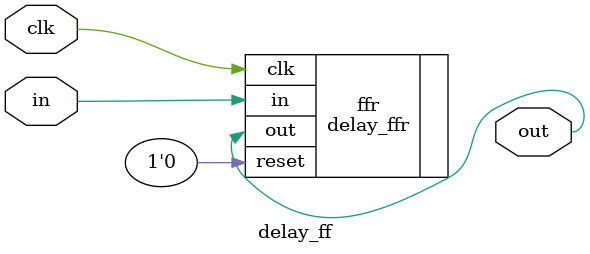
<source format=v>

`default_nettype none


module delay_ff #(
    parameter DELAY = 1,
    parameter WIDTH = 1
) (
    input clk,

    input [WIDTH-1:0] in,
    output [WIDTH-1:0] out
);
    delay_ffr #(
        .DELAY(DELAY),
        .WIDTH(WIDTH)
    ) ffr (
        .clk(clk),
        .reset(1'b0),

        .in(in),
        .out(out)
    );

endmodule

// verilator lint_restore

</source>
